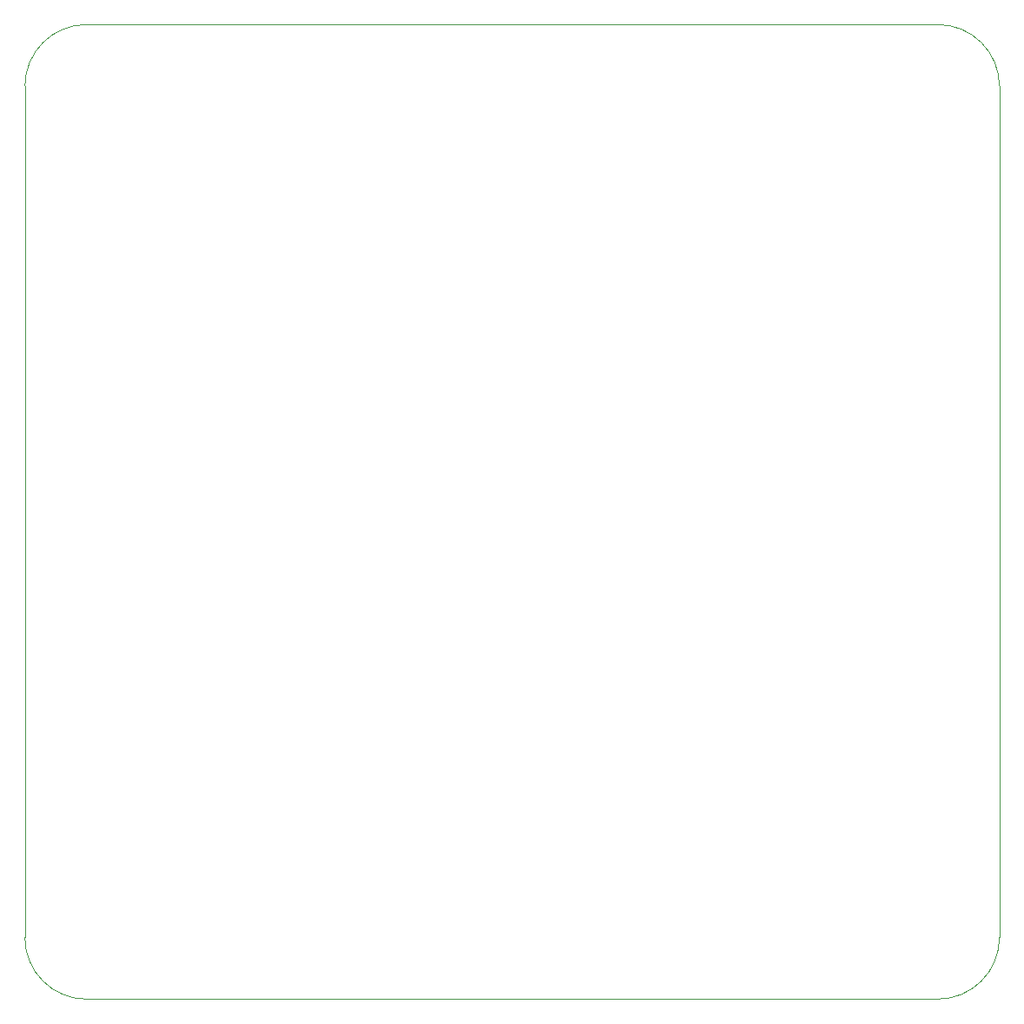
<source format=gbr>
G04 #@! TF.FileFunction,Profile,NP*
%FSLAX46Y46*%
G04 Gerber Fmt 4.6, Leading zero omitted, Abs format (unit mm)*
G04 Created by KiCad (PCBNEW 4.0.5) date 06/30/17 14:30:05*
%MOMM*%
%LPD*%
G01*
G04 APERTURE LIST*
%ADD10C,0.150000*%
%ADD11C,0.100000*%
G04 APERTURE END LIST*
D10*
D11*
X174000000Y-65000000D02*
X91000000Y-65000000D01*
X91000000Y-160000000D02*
X174000000Y-160000000D01*
X85000000Y-154000000D02*
X85000000Y-71000000D01*
X180000000Y-71000000D02*
X180000000Y-154000000D01*
X85000000Y-154000000D02*
G75*
G03X91000000Y-160000000I6000000J0D01*
G01*
X174000000Y-160000000D02*
G75*
G03X180000000Y-154000000I0J6000000D01*
G01*
X180000000Y-71000000D02*
G75*
G03X174000000Y-65000000I-6000000J0D01*
G01*
X91000000Y-65000000D02*
G75*
G03X85000000Y-71000000I0J-6000000D01*
G01*
M02*

</source>
